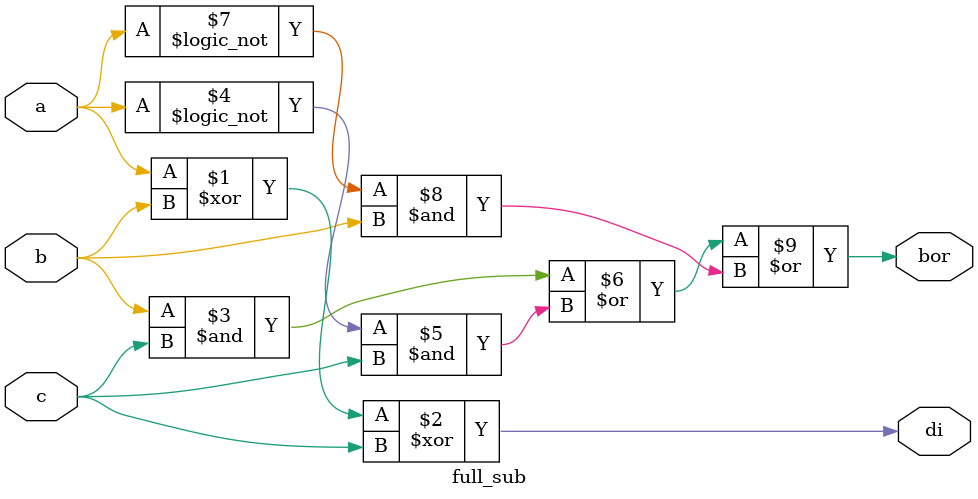
<source format=v>
`timescale 1ns / 1ps


module full_sub(output di,bor, input a,b,c);
assign di=a^b^c;
assign bor=(b&c)|(!a&c)|(!a&b);
endmodule

</source>
